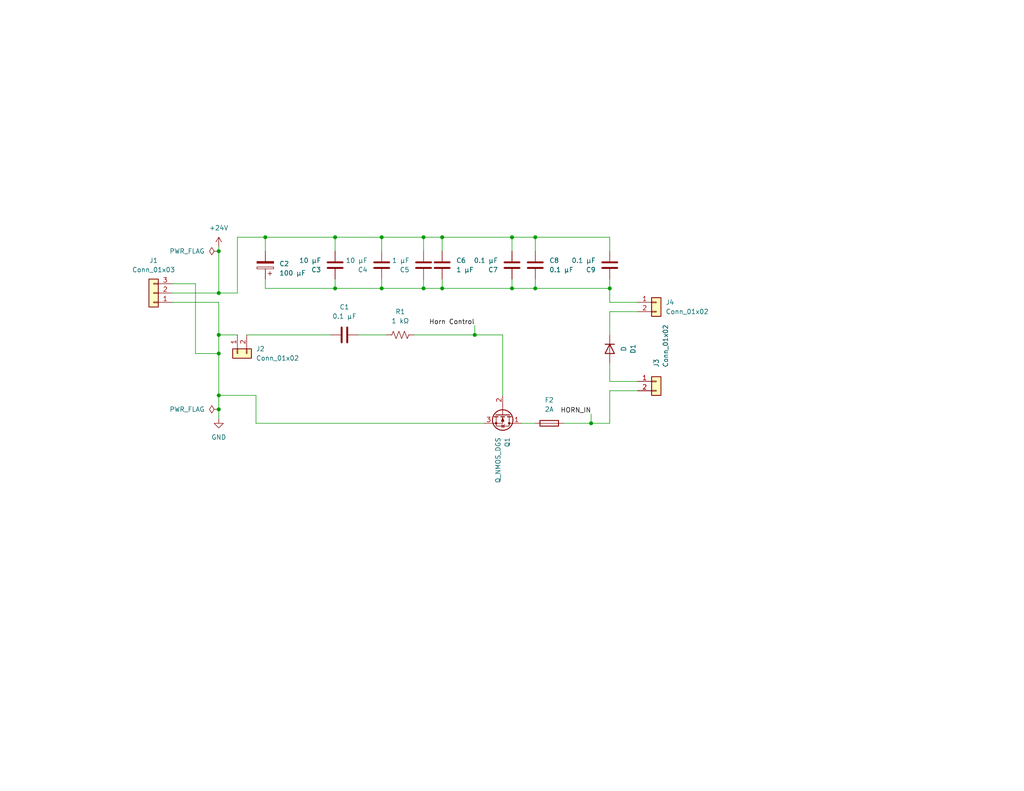
<source format=kicad_sch>
(kicad_sch (version 20231120) (generator "eeschema") (generator_version "8.0")
  (paper "USLetter")
  (title_block (title "Horns Board") (date "2025-09-19") (rev "1.0") (company "Illini Solar Car") (comment 1 "Designed By: Jesse Kim"))
  (lib_symbols
    (symbol "Connector_Generic:Conn_01x02" (pin_names (offset 1.016) hide)
      (property "Reference" "J" (at 0 2.54 0))
      (property "Value" "Conn_01x02" (at 0 -5.08 0))
      (symbol "Conn_01x02_1_1"
        (rectangle (start -1.27 -2.413) (end 0 -2.667) (stroke (width 0.1524)))
        (rectangle (start -1.27 0.127) (end 0 -0.127) (stroke (width 0.1524)))
        (rectangle (start -1.27 1.27) (end 1.27 -3.81) (stroke (width 0.254)) (fill (type background)))
        (pin passive line (at -5.08 0 0) (length 3.81) (name "Pin_1") (number "1"))
        (pin passive line (at -5.08 -2.54 0) (length 3.81) (name "Pin_2") (number "2"))
      )
    )
    (symbol "Connector_Generic:Conn_01x03" (pin_names (offset 1.016) hide)
      (property "Reference" "J" (at 0 5.08 0))
      (property "Value" "Conn_01x03" (at 0 -5.08 0))
      (symbol "Conn_01x03_1_1"
        (rectangle (start -1.27 -2.413) (end 0 -2.667) (stroke (width 0.1524)))
        (rectangle (start -1.27 0.127) (end 0 -0.127) (stroke (width 0.1524)))
        (rectangle (start -1.27 2.667) (end 0 2.413) (stroke (width 0.1524)))
        (rectangle (start -1.27 3.81) (end 1.27 -3.81) (stroke (width 0.254)) (fill (type background)))
        (pin passive line (at -5.08 2.54 0) (length 3.81) (name "Pin_1") (number "1"))
        (pin passive line (at -5.08 0 0) (length 3.81) (name "Pin_2") (number "2"))
        (pin passive line (at -5.08 -2.54 0) (length 3.81) (name "Pin_3") (number "3"))
      )
    )
    (symbol "Device:C_Polarized" (pin_numbers hide) (pin_names (offset 0.254))
      (property "Reference" "C" (at 0.635 2.54 0))
      (property "Value" "C_Polarized" (at 0.635 -2.54 0))
      (symbol "C_Polarized_0_1"
        (rectangle (start -2.286 0.508) (end 2.286 1.016))
        (polyline (pts (xy -1.778 2.286) (xy -0.762 2.286)))
        (polyline (pts (xy -1.27 2.794) (xy -1.27 1.778)))
        (rectangle (start 2.286 -0.508) (end -2.286 -1.016) (fill (type outline)))
      )
      (symbol "C_Polarized_1_1"
        (pin passive line (at 0 3.81 270) (length 2.794) (name "~") (number "1"))
        (pin passive line (at 0 -3.81 90) (length 2.794) (name "~") (number "2"))
      )
    )
    (symbol "Device:D" (pin_numbers hide) (pin_names (offset 1.016) hide)
      (property "Reference" "D" (at 0 2.54 0))
      (property "Value" "D" (at 0 -2.54 0))
      (symbol "D_0_1"
        (polyline (pts (xy -1.27 1.27) (xy -1.27 -1.27)) (stroke (width 0.254)))
        (polyline (pts (xy 1.27 0) (xy -1.27 0)))
        (polyline (pts (xy 1.27 1.27) (xy 1.27 -1.27) (xy -1.27 0) (xy 1.27 1.27)) (stroke (width 0.254)))
      )
      (symbol "D_1_1"
        (pin passive line (at -3.81 0 0) (length 2.54) (name "K") (number "1"))
        (pin passive line (at 3.81 0 180) (length 2.54) (name "A") (number "2"))
      )
    )
    (symbol "Device:Fuse" (pin_numbers hide) (pin_names (offset 0))
      (property "Reference" "F" (at 2.032 0 90))
      (property "Value" "Fuse" (at -1.905 0 90))
      (symbol "Fuse_0_1"
        (rectangle (start -0.762 -2.54) (end 0.762 2.54) (stroke (width 0.254)))
        (polyline (pts (xy 0 2.54) (xy 0 -2.54)))
      )
      (symbol "Fuse_1_1"
        (pin passive line (at 0 3.81 270) (length 1.27) (name "~") (number "1"))
        (pin passive line (at 0 -3.81 90) (length 1.27) (name "~") (number "2"))
      )
    )
    (symbol "device:C" (pin_numbers hide) (pin_names (offset 0.254))
      (property "Reference" "C" (at 0.635 2.54 0))
      (property "Value" "C" (at 0.635 -2.54 0))
      (symbol "C_0_1"
        (polyline (pts (xy -2.032 -0.762) (xy 2.032 -0.762)) (stroke (width 0.508)))
        (polyline (pts (xy -2.032 0.762) (xy 2.032 0.762)) (stroke (width 0.508)))
      )
      (symbol "C_1_1"
        (pin passive line (at 0 3.81 270) (length 2.794) (name "~") (number "1"))
        (pin passive line (at 0 -3.81 90) (length 2.794) (name "~") (number "2"))
      )
    )
    (symbol "device:Q_NMOS_DGS" (pin_names (offset 0) hide)
      (property "Reference" "Q" (at 5.08 1.27 0))
      (property "Value" "Q_NMOS_DGS" (at 5.08 -1.27 0))
      (symbol "Q_NMOS_DGS_0_1"
        (polyline (pts (xy 0.254 0) (xy -2.54 0)))
        (polyline (pts (xy 0.254 1.905) (xy 0.254 -1.905)) (stroke (width 0.254)))
        (polyline (pts (xy 0.762 -1.27) (xy 0.762 -2.286)) (stroke (width 0.254)))
        (polyline (pts (xy 0.762 0.508) (xy 0.762 -0.508)) (stroke (width 0.254)))
        (polyline (pts (xy 0.762 2.286) (xy 0.762 1.27)) (stroke (width 0.254)))
        (polyline (pts (xy 2.54 2.54) (xy 2.54 1.778)))
        (polyline (pts (xy 2.54 -2.54) (xy 2.54 0) (xy 0.762 0)))
        (polyline (pts (xy 0.762 -1.778) (xy 3.302 -1.778) (xy 3.302 1.778) (xy 0.762 1.778)))
        (polyline (pts (xy 1.016 0) (xy 2.032 0.381) (xy 2.032 -0.381) (xy 1.016 0)) (fill (type outline)))
        (polyline (pts (xy 2.794 0.508) (xy 2.921 0.381) (xy 3.683 0.381) (xy 3.81 0.254)))
        (polyline (pts (xy 3.302 0.381) (xy 2.921 -0.254) (xy 3.683 -0.254) (xy 3.302 0.381)))
        (circle (center 1.651 0) (radius 2.794) (stroke (width 0.254)))
        (circle (center 2.54 -1.778) (radius 0.254) (fill (type outline)))
        (circle (center 2.54 1.778) (radius 0.254) (fill (type outline)))
      )
      (symbol "Q_NMOS_DGS_1_1"
        (pin passive line (at 2.54 5.08 270) (length 2.54) (name "D") (number "1"))
        (pin input line (at -5.08 0 0) (length 2.54) (name "G") (number "2"))
        (pin passive line (at 2.54 -5.08 90) (length 2.54) (name "S") (number "3"))
      )
    )
    (symbol "device:R_US" (pin_numbers hide) (pin_names (offset 0))
      (property "Reference" "R" (at 2.54 0 90))
      (property "Value" "R_US" (at -2.54 0 90))
      (symbol "R_US_0_1"
        (polyline (pts (xy 0 -2.286) (xy 0 -2.54)))
        (polyline (pts (xy 0 2.286) (xy 0 2.54)))
        (polyline (pts (xy 0 -0.762) (xy 1.016 -1.143) (xy 0 -1.524) (xy -1.016 -1.905) (xy 0 -2.286)))
        (polyline (pts (xy 0 0.762) (xy 1.016 0.381) (xy 0 0) (xy -1.016 -0.381) (xy 0 -0.762)))
        (polyline (pts (xy 0 2.286) (xy 1.016 1.905) (xy 0 1.524) (xy -1.016 1.143) (xy 0 0.762)))
      )
      (symbol "R_US_1_1"
        (pin passive line (at 0 3.81 270) (length 1.27) (name "~") (number "1"))
        (pin passive line (at 0 -3.81 90) (length 1.27) (name "~") (number "2"))
      )
    )
    (symbol "power:+5V" (power) (pin_names (offset 0))
      (property "Value" "+5V" (at 0 3.556 0))
      (symbol "+5V_0_1"
        (polyline (pts (xy -0.762 1.27) (xy 0 2.54)))
        (polyline (pts (xy 0 0) (xy 0 2.54)))
        (polyline (pts (xy 0 2.54) (xy 0.762 1.27)))
      )
      (symbol "+5V_1_1"
        (pin power_in line (at 0 0 90) (length 0) hide (name "+5V") (number "1"))
      )
    )
    (symbol "power:GND" (power) (pin_names (offset 0))
      (property "Value" "GND" (at 0 -3.81 0))
      (symbol "GND_0_1"
        (polyline (pts (xy 0 0) (xy 0 -1.27) (xy 1.27 -1.27) (xy 0 -2.54) (xy -1.27 -1.27) (xy 0 -1.27)))
      )
      (symbol "GND_1_1"
        (pin power_in line (at 0 0 270) (length 0) hide (name "GND") (number "1"))
      )
    )
    (symbol "power:PWR_FLAG" (power) (pin_numbers hide) (pin_names (offset 0) hide)
      (property "Value" "PWR_FLAG" (at 0 3.81 0))
      (symbol "PWR_FLAG_0_0"
        (pin power_out line (at 0 0 90) (length 0) (name "pwr") (number "1"))
      )
      (symbol "PWR_FLAG_0_1"
        (polyline (pts (xy 0 0) (xy 0 1.27) (xy -1.016 1.905) (xy 0 2.54) (xy 1.016 1.905) (xy 0 1.27)))
      )
    )
  )
  (junction (at 104.14 78.74))
  (junction (at 146.05 78.74))
  (junction (at 59.69 91.44))
  (junction (at 59.69 111.76))
  (junction (at 104.14 64.77))
  (junction (at 120.65 64.77))
  (junction (at 59.69 68.58))
  (junction (at 139.7 78.74))
  (junction (at 91.44 78.74))
  (junction (at 129.54 91.44))
  (junction (at 115.57 78.74))
  (junction (at 146.05 64.77))
  (junction (at 59.69 107.95))
  (junction (at 166.37 78.74))
  (junction (at 161.29 115.57))
  (junction (at 59.69 80.01))
  (junction (at 115.57 64.77))
  (junction (at 59.69 96.52))
  (junction (at 91.44 64.77))
  (junction (at 72.39 64.77))
  (junction (at 120.65 78.74))
  (junction (at 139.7 64.77))
  (wire (pts (xy 166.37 106.68) (xy 166.37 115.57)))
  (wire (pts (xy 104.14 68.58) (xy 104.14 64.77)))
  (wire (pts (xy 67.31 91.44) (xy 90.17 91.44)))
  (wire (pts (xy 139.7 78.74) (xy 146.05 78.74)))
  (wire (pts (xy 146.05 78.74) (xy 166.37 78.74)))
  (wire (pts (xy 166.37 99.06) (xy 166.37 104.14)))
  (wire (pts (xy 139.7 68.58) (xy 139.7 64.77)))
  (wire (pts (xy 166.37 104.14) (xy 173.99 104.14)))
  (wire (pts (xy 91.44 78.74) (xy 104.14 78.74)))
  (wire (pts (xy 59.69 111.76) (xy 59.69 114.3)))
  (wire (pts (xy 69.85 107.95) (xy 59.69 107.95)))
  (wire (pts (xy 104.14 78.74) (xy 115.57 78.74)))
  (wire (pts (xy 173.99 106.68) (xy 166.37 106.68)))
  (wire (pts (xy 139.7 64.77) (xy 146.05 64.77)))
  (wire (pts (xy 115.57 64.77) (xy 120.65 64.77)))
  (wire (pts (xy 46.99 77.47) (xy 53.34 77.47)))
  (wire (pts (xy 64.77 64.77) (xy 72.39 64.77)))
  (wire (pts (xy 115.57 68.58) (xy 115.57 64.77)))
  (wire (pts (xy 173.99 85.09) (xy 166.37 85.09)))
  (wire (pts (xy 166.37 64.77) (xy 166.37 68.58)))
  (wire (pts (xy 104.14 78.74) (xy 104.14 76.2)))
  (wire (pts (xy 146.05 78.74) (xy 146.05 76.2)))
  (wire (pts (xy 139.7 78.74) (xy 139.7 76.2)))
  (wire (pts (xy 120.65 76.2) (xy 120.65 78.74)))
  (wire (pts (xy 46.99 80.01) (xy 59.69 80.01)))
  (wire (pts (xy 64.77 80.01) (xy 64.77 64.77)))
  (wire (pts (xy 53.34 96.52) (xy 59.69 96.52)))
  (wire (pts (xy 59.69 68.58) (xy 59.69 80.01)))
  (wire (pts (xy 120.65 64.77) (xy 120.65 68.58)))
  (wire (pts (xy 173.99 82.55) (xy 166.37 82.55)))
  (wire (pts (xy 69.85 115.57) (xy 69.85 107.95)))
  (wire (pts (xy 166.37 78.74) (xy 166.37 76.2)))
  (wire (pts (xy 46.99 82.55) (xy 59.69 82.55)))
  (wire (pts (xy 104.14 64.77) (xy 115.57 64.77)))
  (wire (pts (xy 166.37 115.57) (xy 161.29 115.57)))
  (wire (pts (xy 91.44 64.77) (xy 104.14 64.77)))
  (wire (pts (xy 59.69 80.01) (xy 64.77 80.01)))
  (wire (pts (xy 153.67 115.57) (xy 161.29 115.57)))
  (wire (pts (xy 142.24 115.57) (xy 146.05 115.57)))
  (wire (pts (xy 115.57 78.74) (xy 120.65 78.74)))
  (wire (pts (xy 91.44 68.58) (xy 91.44 64.77)))
  (wire (pts (xy 137.16 91.44) (xy 129.54 91.44)))
  (wire (pts (xy 72.39 76.2) (xy 72.39 78.74)))
  (wire (pts (xy 59.69 91.44) (xy 64.77 91.44)))
  (wire (pts (xy 59.69 82.55) (xy 59.69 91.44)))
  (wire (pts (xy 120.65 64.77) (xy 139.7 64.77)))
  (wire (pts (xy 115.57 78.74) (xy 115.57 76.2)))
  (wire (pts (xy 59.69 91.44) (xy 59.69 96.52)))
  (wire (pts (xy 132.08 115.57) (xy 69.85 115.57)))
  (wire (pts (xy 91.44 78.74) (xy 91.44 76.2)))
  (wire (pts (xy 161.29 113.03) (xy 161.29 115.57)))
  (wire (pts (xy 113.03 91.44) (xy 129.54 91.44)))
  (wire (pts (xy 53.34 77.47) (xy 53.34 96.52)))
  (wire (pts (xy 166.37 85.09) (xy 166.37 91.44)))
  (wire (pts (xy 120.65 78.74) (xy 139.7 78.74)))
  (wire (pts (xy 166.37 78.74) (xy 166.37 82.55)))
  (wire (pts (xy 72.39 68.58) (xy 72.39 64.77)))
  (wire (pts (xy 72.39 78.74) (xy 91.44 78.74)))
  (wire (pts (xy 137.16 107.95) (xy 137.16 91.44)))
  (wire (pts (xy 59.69 107.95) (xy 59.69 111.76)))
  (wire (pts (xy 146.05 68.58) (xy 146.05 64.77)))
  (wire (pts (xy 59.69 96.52) (xy 59.69 107.95)))
  (wire (pts (xy 146.05 64.77) (xy 166.37 64.77)))
  (wire (pts (xy 129.54 88.9) (xy 129.54 91.44)))
  (wire (pts (xy 59.69 67.31) (xy 59.69 68.58)))
  (wire (pts (xy 97.79 91.44) (xy 105.41 91.44)))
  (wire (pts (xy 72.39 64.77) (xy 91.44 64.77)))
  (label "HORN_IN" (at 161.29 113.03 180))
  (label "Horn Control" (at 129.54 88.9 180))
  (symbol (lib_id "Connector_Generic:Conn_01x02") (at 64.77 96.52 90) (mirror x) (unit 1)
    (property "Reference" "J2" (at 69.85 95.2499 90) (effects (justify right)))
    (property "Value" "Conn_01x02" (at 69.85 97.7899 90) (effects (justify right)))
    (property "Description" "Generic connector, single row, 01x02, script generated (kicad-library-utils/schlib/autogen/connector/)" (effects (hide yes)))
  )
  (symbol (lib_id "device:C") (at 115.57 72.39 180) (unit 1)
    (property "Reference" "C5" (at 111.76 73.6601 0) (effects (justify left)))
    (property "Value" "1 µF" (at 111.76 71.1201 0) (effects (justify left)))
    (property "Description" "Unpolarized capacitor" (effects (hide yes)))
  )
  (symbol (lib_id "Device:C_Polarized") (at 72.39 72.39 180) (unit 1)
    (property "Reference" "C2" (at 76.2 72.0089 0) (effects (justify right)))
    (property "Value" "100 µF" (at 76.2 74.5489 0) (effects (justify right)))
    (property "Description" "Polarized capacitor" (effects (hide yes)))
  )
  (symbol (lib_id "device:Q_NMOS_DGS") (at 137.16 113.03 270) (unit 1)
    (property "Reference" "Q1" (at 138.4301 119.38 0) (effects (justify left)))
    (property "Value" "Q_NMOS_DGS" (at 135.8901 119.38 0) (effects (justify left)))
    (property "Description" "N-MOSFET transistor, drain/gate/source" (effects (hide yes)))
  )
  (symbol (lib_id "device:C") (at 120.65 72.39 180) (unit 1)
    (property "Reference" "C6" (at 124.46 71.1199 0) (effects (justify right)))
    (property "Value" "1 µF" (at 124.46 73.6599 0) (effects (justify right)))
    (property "Description" "Unpolarized capacitor" (effects (hide yes)))
  )
  (symbol (lib_id "power:PWR_FLAG") (at 59.69 111.76 90) (unit 1)
    (property "Reference" "#FLG02" (effects (hide yes)))
    (property "Value" "PWR_FLAG" (at 55.88 111.7599 90) (effects (justify left)))
    (property "Description" "Special symbol for telling ERC where power comes from" (effects (hide yes)))
  )
  (symbol (lib_id "power:GND") (at 59.69 114.3 0) (mirror y) (unit 1)
    (property "Reference" "#PWR03" (effects (hide yes)))
    (property "Value" "GND" (at 59.69 119.38 0))
    (property "Description" "Power symbol creates a global label with name \"GND\" , ground" (effects (hide yes)))
  )
  (symbol (lib_id "Connector_Generic:Conn_01x02") (at 179.07 104.14 0) (unit 1)
    (property "Reference" "J3" (at 179.0699 100.33 90) (effects (justify left)))
    (property "Value" "Conn_01x02" (at 181.6099 100.33 90) (effects (justify left)))
    (property "Description" "Generic connector, single row, 01x02, script generated (kicad-library-utils/schlib/autogen/connector/)" (effects (hide yes)))
  )
  (symbol (lib_id "device:C") (at 139.7 72.39 180) (unit 1)
    (property "Reference" "C7" (at 135.89 73.6601 0) (effects (justify left)))
    (property "Value" "0.1 µF" (at 135.89 71.1201 0) (effects (justify left)))
    (property "Description" "Unpolarized capacitor" (effects (hide yes)))
  )
  (symbol (lib_id "device:C") (at 146.05 72.39 180) (unit 1)
    (property "Reference" "C8" (at 149.86 71.1199 0) (effects (justify right)))
    (property "Value" "0.1 µF" (at 149.86 73.6599 0) (effects (justify right)))
    (property "Description" "Unpolarized capacitor" (effects (hide yes)))
  )
  (symbol (lib_id "power:+5V") (at 59.69 67.31 0) (unit 1)
    (property "Reference" "#PWR01" (effects (hide yes)))
    (property "Value" "+24V" (at 59.69 62.23 0))
    (property "Description" "Power symbol creates a global label with name \"+5V\"" (effects (hide yes)))
  )
  (symbol (lib_id "Connector_Generic:Conn_01x02") (at 179.07 82.55 0) (unit 1)
    (property "Reference" "J4" (at 181.61 82.5499 0) (effects (justify left)))
    (property "Value" "Conn_01x02" (at 181.61 85.0899 0) (effects (justify left)))
    (property "Description" "Generic connector, single row, 01x02, script generated (kicad-library-utils/schlib/autogen/connector/)" (effects (hide yes)))
  )
  (symbol (lib_id "device:C") (at 93.98 91.44 270) (unit 1)
    (property "Reference" "C1" (at 93.98 83.82 90))
    (property "Value" "0.1 µF" (at 93.98 86.36 90))
    (property "Description" "Unpolarized capacitor" (effects (hide yes)))
  )
  (symbol (lib_id "device:C") (at 91.44 72.39 180) (unit 1)
    (property "Reference" "C3" (at 87.63 73.6601 0) (effects (justify left)))
    (property "Value" "10 µF" (at 87.63 71.1201 0) (effects (justify left)))
    (property "Description" "Unpolarized capacitor" (effects (hide yes)))
  )
  (symbol (lib_id "device:C") (at 166.37 72.39 180) (unit 1)
    (property "Reference" "C9" (at 162.56 73.6601 0) (effects (justify left)))
    (property "Value" "0.1 µF" (at 162.56 71.1201 0) (effects (justify left)))
    (property "Description" "Unpolarized capacitor" (effects (hide yes)))
  )
  (symbol (lib_id "device:R_US") (at 109.22 91.44 270) (unit 1)
    (property "Reference" "R1" (at 109.22 85.09 90))
    (property "Value" "1 kΩ" (at 109.22 87.63 90))
    (property "Description" "Resistor, US symbol" (effects (hide yes)))
  )
  (symbol (lib_id "Device:D") (at 166.37 95.25 270) (unit 1)
    (property "Reference" "D1" (at 172.72 95.25 0))
    (property "Value" "D" (at 170.18 95.25 0))
    (property "Description" "Diode" (effects (hide yes)))
    (property "Sim.Device" "D" (effects (hide yes)))
    (property "Sim.Pins" "1=K 2=A" (effects (hide yes)))
  )
  (symbol (lib_id "device:C") (at 104.14 72.39 180) (unit 1)
    (property "Reference" "C4" (at 100.33 73.6601 0) (effects (justify left)))
    (property "Value" "10 µF" (at 100.33 71.1201 0) (effects (justify left)))
    (property "Description" "Unpolarized capacitor" (effects (hide yes)))
  )
  (symbol (lib_id "Device:Fuse") (at 149.86 115.57 270) (unit 1)
    (property "Reference" "F2" (at 149.86 109.22 90))
    (property "Value" "2A" (at 149.86 111.76 90))
    (property "Description" "Fuse" (effects (hide yes)))
  )
  (symbol (lib_id "Connector_Generic:Conn_01x03") (at 41.91 80.01 180) (unit 1)
    (property "Reference" "J1" (at 41.91 71.12 0))
    (property "Value" "Conn_01x03" (at 41.91 73.66 0))
    (property "Description" "Generic connector, single row, 01x03, script generated (kicad-library-utils/schlib/autogen/connector/)" (effects (hide yes)))
  )
  (symbol (lib_id "power:PWR_FLAG") (at 59.69 68.58 90) (unit 1)
    (property "Reference" "#FLG01" (effects (hide yes)))
    (property "Value" "PWR_FLAG" (at 55.88 68.5799 90) (effects (justify left)))
    (property "Description" "Special symbol for telling ERC where power comes from" (effects (hide yes)))
  )
)
</source>
